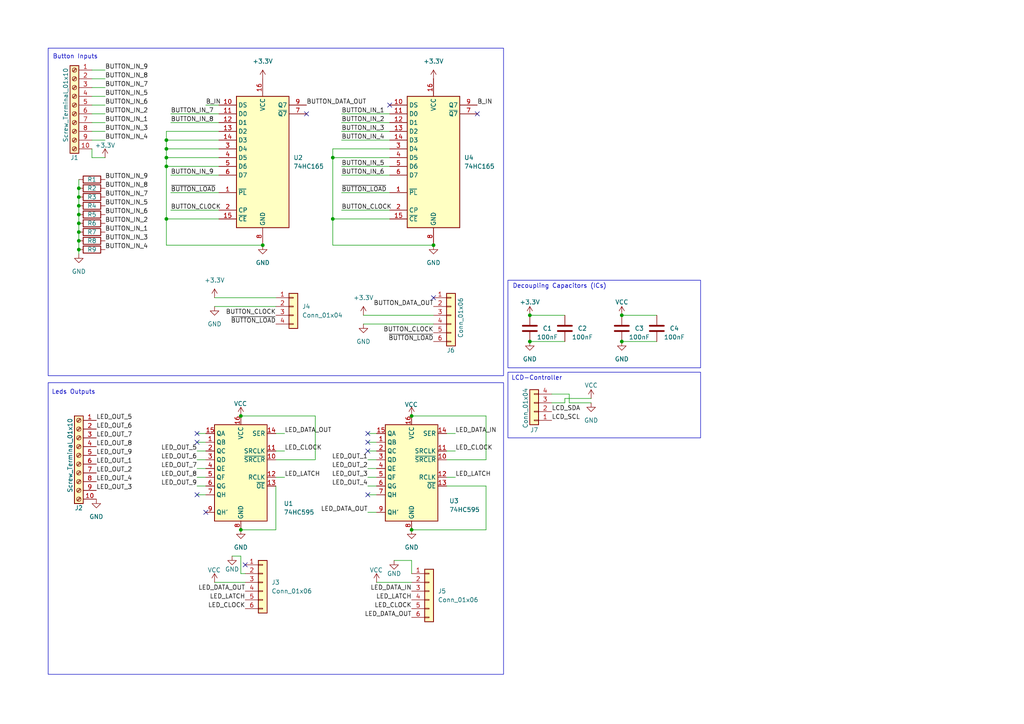
<source format=kicad_sch>
(kicad_sch (version 20231120) (generator "eeschema") (generator_version "8.0")
  (paper "A4")
  (lib_symbols
    (symbol "74xx:74HC165"
      (property "Reference" "U" (at -7.62 19.05 0))
      (property "Value" "74HC165" (at -7.62 -21.59 0))
      (symbol "74HC165_1_0"
        (pin input line (at -12.7 -10.16 0) (length 5.08) (name "~{PL}") (number "1"))
        (pin input line (at -12.7 15.24 0) (length 5.08) (name "DS") (number "10"))
        (pin input line (at -12.7 12.7 0) (length 5.08) (name "D0") (number "11"))
        (pin input line (at -12.7 10.16 0) (length 5.08) (name "D1") (number "12"))
        (pin input line (at -12.7 7.62 0) (length 5.08) (name "D2") (number "13"))
        (pin input line (at -12.7 5.08 0) (length 5.08) (name "D3") (number "14"))
        (pin input line (at -12.7 -17.78 0) (length 5.08) (name "~{CE}") (number "15"))
        (pin power_in line (at 0 22.86 270) (length 5.08) (name "VCC") (number "16"))
        (pin input line (at -12.7 -15.24 0) (length 5.08) (name "CP") (number "2"))
        (pin input line (at -12.7 2.54 0) (length 5.08) (name "D4") (number "3"))
        (pin input line (at -12.7 0 0) (length 5.08) (name "D5") (number "4"))
        (pin input line (at -12.7 -2.54 0) (length 5.08) (name "D6") (number "5"))
        (pin input line (at -12.7 -5.08 0) (length 5.08) (name "D7") (number "6"))
        (pin output line (at 12.7 12.7 180) (length 5.08) (name "~{Q7}") (number "7"))
        (pin power_in line (at 0 -25.4 90) (length 5.08) (name "GND") (number "8"))
        (pin output line (at 12.7 15.24 180) (length 5.08) (name "Q7") (number "9"))
      )
      (symbol "74HC165_1_1"
        (rectangle (start -7.62 17.78) (end 7.62 -20.32) (stroke (width 0.254)) (fill (type background)))
      )
    )
    (symbol "74xx:74HC595"
      (property "Reference" "U" (at -7.62 13.97 0))
      (property "Value" "74HC595" (at -7.62 -16.51 0))
      (symbol "74HC595_1_0"
        (pin tri_state line (at 10.16 7.62 180) (length 2.54) (name "QB") (number "1"))
        (pin input line (at -10.16 2.54 0) (length 2.54) (name "~{SRCLR}") (number "10"))
        (pin input line (at -10.16 5.08 0) (length 2.54) (name "SRCLK") (number "11"))
        (pin input line (at -10.16 -2.54 0) (length 2.54) (name "RCLK") (number "12"))
        (pin input line (at -10.16 -5.08 0) (length 2.54) (name "~{OE}") (number "13"))
        (pin input line (at -10.16 10.16 0) (length 2.54) (name "SER") (number "14"))
        (pin tri_state line (at 10.16 10.16 180) (length 2.54) (name "QA") (number "15"))
        (pin power_in line (at 0 15.24 270) (length 2.54) (name "VCC") (number "16"))
        (pin tri_state line (at 10.16 5.08 180) (length 2.54) (name "QC") (number "2"))
        (pin tri_state line (at 10.16 2.54 180) (length 2.54) (name "QD") (number "3"))
        (pin tri_state line (at 10.16 0 180) (length 2.54) (name "QE") (number "4"))
        (pin tri_state line (at 10.16 -2.54 180) (length 2.54) (name "QF") (number "5"))
        (pin tri_state line (at 10.16 -5.08 180) (length 2.54) (name "QG") (number "6"))
        (pin tri_state line (at 10.16 -7.62 180) (length 2.54) (name "QH") (number "7"))
        (pin power_in line (at 0 -17.78 90) (length 2.54) (name "GND") (number "8"))
        (pin output line (at 10.16 -12.7 180) (length 2.54) (name "QH'") (number "9"))
      )
      (symbol "74HC595_1_1"
        (rectangle (start -7.62 12.7) (end 7.62 -15.24) (stroke (width 0.254)) (fill (type background)))
      )
    )
    (symbol "Connector:Screw_Terminal_01x10" (pin_names (offset 1.016) hide)
      (property "Reference" "J" (at 0 12.7 0))
      (property "Value" "Screw_Terminal_01x10" (at 0 -15.24 0))
      (symbol "Screw_Terminal_01x10_1_1"
        (rectangle (start -1.27 11.43) (end 1.27 -13.97) (stroke (width 0.254)) (fill (type background)))
        (circle (center 0 -12.7) (radius 0.635) (stroke (width 0.1524)))
        (circle (center 0 -10.16) (radius 0.635) (stroke (width 0.1524)))
        (circle (center 0 -7.62) (radius 0.635) (stroke (width 0.1524)))
        (circle (center 0 -5.08) (radius 0.635) (stroke (width 0.1524)))
        (circle (center 0 -2.54) (radius 0.635) (stroke (width 0.1524)))
        (polyline (pts (xy -0.5334 -12.3698) (xy 0.3302 -13.208)) (stroke (width 0.1524)))
        (polyline (pts (xy -0.5334 -9.8298) (xy 0.3302 -10.668)) (stroke (width 0.1524)))
        (polyline (pts (xy -0.5334 -7.2898) (xy 0.3302 -8.128)) (stroke (width 0.1524)))
        (polyline (pts (xy -0.5334 -4.7498) (xy 0.3302 -5.588)) (stroke (width 0.1524)))
        (polyline (pts (xy -0.5334 -2.2098) (xy 0.3302 -3.048)) (stroke (width 0.1524)))
        (polyline (pts (xy -0.5334 0.3302) (xy 0.3302 -0.508)) (stroke (width 0.1524)))
        (polyline (pts (xy -0.5334 2.8702) (xy 0.3302 2.032)) (stroke (width 0.1524)))
        (polyline (pts (xy -0.5334 5.4102) (xy 0.3302 4.572)) (stroke (width 0.1524)))
        (polyline (pts (xy -0.5334 7.9502) (xy 0.3302 7.112)) (stroke (width 0.1524)))
        (polyline (pts (xy -0.5334 10.4902) (xy 0.3302 9.652)) (stroke (width 0.1524)))
        (polyline (pts (xy -0.3556 -12.192) (xy 0.508 -13.0302)) (stroke (width 0.1524)))
        (polyline (pts (xy -0.3556 -9.652) (xy 0.508 -10.4902)) (stroke (width 0.1524)))
        (polyline (pts (xy -0.3556 -7.112) (xy 0.508 -7.9502)) (stroke (width 0.1524)))
        (polyline (pts (xy -0.3556 -4.572) (xy 0.508 -5.4102)) (stroke (width 0.1524)))
        (polyline (pts (xy -0.3556 -2.032) (xy 0.508 -2.8702)) (stroke (width 0.1524)))
        (polyline (pts (xy -0.3556 0.508) (xy 0.508 -0.3302)) (stroke (width 0.1524)))
        (polyline (pts (xy -0.3556 3.048) (xy 0.508 2.2098)) (stroke (width 0.1524)))
        (polyline (pts (xy -0.3556 5.588) (xy 0.508 4.7498)) (stroke (width 0.1524)))
        (polyline (pts (xy -0.3556 8.128) (xy 0.508 7.2898)) (stroke (width 0.1524)))
        (polyline (pts (xy -0.3556 10.668) (xy 0.508 9.8298)) (stroke (width 0.1524)))
        (circle (center 0 0) (radius 0.635) (stroke (width 0.1524)))
        (circle (center 0 2.54) (radius 0.635) (stroke (width 0.1524)))
        (circle (center 0 5.08) (radius 0.635) (stroke (width 0.1524)))
        (circle (center 0 7.62) (radius 0.635) (stroke (width 0.1524)))
        (circle (center 0 10.16) (radius 0.635) (stroke (width 0.1524)))
        (pin passive line (at -5.08 10.16 0) (length 3.81) (name "Pin_1") (number "1"))
        (pin passive line (at -5.08 -12.7 0) (length 3.81) (name "Pin_10") (number "10"))
        (pin passive line (at -5.08 7.62 0) (length 3.81) (name "Pin_2") (number "2"))
        (pin passive line (at -5.08 5.08 0) (length 3.81) (name "Pin_3") (number "3"))
        (pin passive line (at -5.08 2.54 0) (length 3.81) (name "Pin_4") (number "4"))
        (pin passive line (at -5.08 0 0) (length 3.81) (name "Pin_5") (number "5"))
        (pin passive line (at -5.08 -2.54 0) (length 3.81) (name "Pin_6") (number "6"))
        (pin passive line (at -5.08 -5.08 0) (length 3.81) (name "Pin_7") (number "7"))
        (pin passive line (at -5.08 -7.62 0) (length 3.81) (name "Pin_8") (number "8"))
        (pin passive line (at -5.08 -10.16 0) (length 3.81) (name "Pin_9") (number "9"))
      )
    )
    (symbol "Connector_Generic:Conn_01x04" (pin_names (offset 1.016) hide)
      (property "Reference" "J" (at 0 5.08 0))
      (property "Value" "Conn_01x04" (at 0 -7.62 0))
      (symbol "Conn_01x04_1_1"
        (rectangle (start -1.27 -4.953) (end 0 -5.207) (stroke (width 0.1524)))
        (rectangle (start -1.27 -2.413) (end 0 -2.667) (stroke (width 0.1524)))
        (rectangle (start -1.27 0.127) (end 0 -0.127) (stroke (width 0.1524)))
        (rectangle (start -1.27 2.667) (end 0 2.413) (stroke (width 0.1524)))
        (rectangle (start -1.27 3.81) (end 1.27 -6.35) (stroke (width 0.254)) (fill (type background)))
        (pin passive line (at -5.08 2.54 0) (length 3.81) (name "Pin_1") (number "1"))
        (pin passive line (at -5.08 0 0) (length 3.81) (name "Pin_2") (number "2"))
        (pin passive line (at -5.08 -2.54 0) (length 3.81) (name "Pin_3") (number "3"))
        (pin passive line (at -5.08 -5.08 0) (length 3.81) (name "Pin_4") (number "4"))
      )
    )
    (symbol "Connector_Generic:Conn_01x06" (pin_names (offset 1.016) hide)
      (property "Reference" "J" (at 0 7.62 0))
      (property "Value" "Conn_01x06" (at 0 -10.16 0))
      (symbol "Conn_01x06_1_1"
        (rectangle (start -1.27 -7.493) (end 0 -7.747) (stroke (width 0.1524)))
        (rectangle (start -1.27 -4.953) (end 0 -5.207) (stroke (width 0.1524)))
        (rectangle (start -1.27 -2.413) (end 0 -2.667) (stroke (width 0.1524)))
        (rectangle (start -1.27 0.127) (end 0 -0.127) (stroke (width 0.1524)))
        (rectangle (start -1.27 2.667) (end 0 2.413) (stroke (width 0.1524)))
        (rectangle (start -1.27 5.207) (end 0 4.953) (stroke (width 0.1524)))
        (rectangle (start -1.27 6.35) (end 1.27 -8.89) (stroke (width 0.254)) (fill (type background)))
        (pin passive line (at -5.08 5.08 0) (length 3.81) (name "Pin_1") (number "1"))
        (pin passive line (at -5.08 2.54 0) (length 3.81) (name "Pin_2") (number "2"))
        (pin passive line (at -5.08 0 0) (length 3.81) (name "Pin_3") (number "3"))
        (pin passive line (at -5.08 -2.54 0) (length 3.81) (name "Pin_4") (number "4"))
        (pin passive line (at -5.08 -5.08 0) (length 3.81) (name "Pin_5") (number "5"))
        (pin passive line (at -5.08 -7.62 0) (length 3.81) (name "Pin_6") (number "6"))
      )
    )
    (symbol "Device:C" (pin_numbers hide) (pin_names (offset 0.254))
      (property "Reference" "C" (at 0.635 2.54 0))
      (property "Value" "C" (at 0.635 -2.54 0))
      (symbol "C_0_1"
        (polyline (pts (xy -2.032 -0.762) (xy 2.032 -0.762)) (stroke (width 0.508)))
        (polyline (pts (xy -2.032 0.762) (xy 2.032 0.762)) (stroke (width 0.508)))
      )
      (symbol "C_1_1"
        (pin passive line (at 0 3.81 270) (length 2.794) (name "~") (number "1"))
        (pin passive line (at 0 -3.81 90) (length 2.794) (name "~") (number "2"))
      )
    )
    (symbol "Device:R" (pin_numbers hide) (pin_names (offset 0))
      (property "Reference" "R" (at 2.032 0 90))
      (property "Value" "R" (at 0 0 90))
      (symbol "R_0_1"
        (rectangle (start -1.016 -2.54) (end 1.016 2.54) (stroke (width 0.254)))
      )
      (symbol "R_1_1"
        (pin passive line (at 0 3.81 270) (length 1.27) (name "~") (number "1"))
        (pin passive line (at 0 -3.81 90) (length 1.27) (name "~") (number "2"))
      )
    )
    (symbol "power:+3.3V" (power) (pin_numbers hide) (pin_names (offset 0) hide)
      (property "Value" "+3.3V" (at 0 3.556 0))
      (symbol "+3.3V_0_1"
        (polyline (pts (xy -0.762 1.27) (xy 0 2.54)))
        (polyline (pts (xy 0 0) (xy 0 2.54)))
        (polyline (pts (xy 0 2.54) (xy 0.762 1.27)))
      )
      (symbol "+3.3V_1_1"
        (pin power_in line (at 0 0 90) (length 0) (name "~") (number "1"))
      )
    )
    (symbol "power:GND" (power) (pin_names (offset 0))
      (property "Value" "GND" (at 0 -3.81 0))
      (symbol "GND_0_1"
        (polyline (pts (xy 0 0) (xy 0 -1.27) (xy 1.27 -1.27) (xy 0 -2.54) (xy -1.27 -1.27) (xy 0 -1.27)))
      )
      (symbol "GND_1_1"
        (pin power_in line (at 0 0 270) (length 0) hide (name "GND") (number "1"))
      )
    )
    (symbol "power:VCC" (power) (pin_numbers hide) (pin_names (offset 0) hide)
      (property "Value" "VCC" (at 0 3.556 0))
      (symbol "VCC_0_1"
        (polyline (pts (xy -0.762 1.27) (xy 0 2.54)))
        (polyline (pts (xy 0 0) (xy 0 2.54)))
        (polyline (pts (xy 0 2.54) (xy 0.762 1.27)))
      )
      (symbol "VCC_1_1"
        (pin power_in line (at 0 0 90) (length 0) (name "~") (number "1"))
      )
    )
  )
  (junction (at 48.26 43.18))
  (junction (at 180.34 91.44))
  (junction (at 22.86 67.31))
  (junction (at 22.86 69.85))
  (junction (at 22.86 72.39))
  (junction (at 119.38 153.67))
  (junction (at 48.26 48.26))
  (junction (at 69.85 120.65))
  (junction (at 153.67 99.06))
  (junction (at 153.67 91.44))
  (junction (at 125.73 71.12))
  (junction (at 96.52 63.5))
  (junction (at 48.26 40.64))
  (junction (at 22.86 59.69))
  (junction (at 22.86 64.77))
  (junction (at 48.26 63.5))
  (junction (at 119.38 120.65))
  (junction (at 76.2 71.12))
  (junction (at 48.26 45.72))
  (junction (at 69.85 153.67))
  (junction (at 96.52 45.72))
  (junction (at 22.86 54.61))
  (junction (at 180.34 99.06))
  (junction (at 22.86 57.15))
  (junction (at 22.86 62.23))
  (no_connect (at 106.68 125.73))
  (no_connect (at 106.68 130.81))
  (no_connect (at 59.69 148.59))
  (no_connect (at 125.73 86.36))
  (no_connect (at 88.9 33.02))
  (no_connect (at 71.12 163.83))
  (no_connect (at 57.15 128.27))
  (no_connect (at 57.15 125.73))
  (no_connect (at 138.43 33.02))
  (no_connect (at 106.68 143.51))
  (no_connect (at 106.68 128.27))
  (no_connect (at 113.03 30.48))
  (no_connect (at 57.15 143.51))
  (wire (pts (xy 106.68 143.51) (xy 109.22 143.51)))
  (wire (pts (xy 163.83 115.57) (xy 171.45 115.57)))
  (wire (pts (xy 96.52 71.12) (xy 125.73 71.12)))
  (wire (pts (xy 26.67 40.64) (xy 30.48 40.64)))
  (wire (pts (xy 99.06 55.88) (xy 113.03 55.88)))
  (wire (pts (xy 22.86 59.69) (xy 22.86 62.23)))
  (wire (pts (xy 49.53 33.02) (xy 63.5 33.02)))
  (wire (pts (xy 80.01 125.73) (xy 82.55 125.73)))
  (wire (pts (xy 48.26 63.5) (xy 48.26 71.12)))
  (wire (pts (xy 26.67 43.18) (xy 26.67 45.72)))
  (wire (pts (xy 99.06 50.8) (xy 113.03 50.8)))
  (wire (pts (xy 105.41 91.44) (xy 125.73 91.44)))
  (wire (pts (xy 49.53 55.88) (xy 63.5 55.88)))
  (wire (pts (xy 63.5 38.1) (xy 48.26 38.1)))
  (wire (pts (xy 49.53 50.8) (xy 63.5 50.8)))
  (wire (pts (xy 129.54 138.43) (xy 132.08 138.43)))
  (wire (pts (xy 96.52 45.72) (xy 113.03 45.72)))
  (wire (pts (xy 160.02 114.3) (xy 165.1 114.3)))
  (wire (pts (xy 22.86 67.31) (xy 22.86 69.85)))
  (wire (pts (xy 26.67 45.72) (xy 30.48 45.72)))
  (wire (pts (xy 26.67 22.86) (xy 30.48 22.86)))
  (wire (pts (xy 26.67 20.32) (xy 30.48 20.32)))
  (wire (pts (xy 48.26 40.64) (xy 48.26 43.18)))
  (wire (pts (xy 106.68 148.59) (xy 109.22 148.59)))
  (wire (pts (xy 106.68 128.27) (xy 109.22 128.27)))
  (wire (pts (xy 26.67 25.4) (xy 30.48 25.4)))
  (wire (pts (xy 69.85 166.37) (xy 69.85 161.29)))
  (wire (pts (xy 99.06 33.02) (xy 113.03 33.02)))
  (wire (pts (xy 140.97 140.97) (xy 140.97 153.67)))
  (wire (pts (xy 62.23 168.91) (xy 71.12 168.91)))
  (wire (pts (xy 106.68 130.81) (xy 109.22 130.81)))
  (wire (pts (xy 105.41 93.98) (xy 125.73 93.98)))
  (wire (pts (xy 163.83 116.84) (xy 163.83 115.57)))
  (wire (pts (xy 22.86 54.61) (xy 22.86 57.15)))
  (wire (pts (xy 48.26 45.72) (xy 63.5 45.72)))
  (wire (pts (xy 49.53 35.56) (xy 63.5 35.56)))
  (wire (pts (xy 57.15 138.43) (xy 59.69 138.43)))
  (wire (pts (xy 80.01 140.97) (xy 80.01 153.67)))
  (wire (pts (xy 109.22 168.91) (xy 119.38 168.91)))
  (wire (pts (xy 140.97 153.67) (xy 119.38 153.67)))
  (wire (pts (xy 106.68 133.35) (xy 109.22 133.35)))
  (wire (pts (xy 153.67 99.06) (xy 163.83 99.06)))
  (wire (pts (xy 140.97 140.97) (xy 129.54 140.97)))
  (wire (pts (xy 22.86 69.85) (xy 22.86 72.39)))
  (wire (pts (xy 140.97 120.65) (xy 119.38 120.65)))
  (wire (pts (xy 99.06 40.64) (xy 113.03 40.64)))
  (wire (pts (xy 140.97 120.65) (xy 140.97 133.35)))
  (wire (pts (xy 48.26 48.26) (xy 48.26 63.5)))
  (wire (pts (xy 119.38 166.37) (xy 119.38 162.56)))
  (wire (pts (xy 62.23 88.9) (xy 80.01 88.9)))
  (wire (pts (xy 49.53 60.96) (xy 63.5 60.96)))
  (wire (pts (xy 99.06 38.1) (xy 113.03 38.1)))
  (wire (pts (xy 129.54 130.81) (xy 132.08 130.81)))
  (wire (pts (xy 190.5 91.44) (xy 180.34 91.44)))
  (wire (pts (xy 26.67 27.94) (xy 30.48 27.94)))
  (wire (pts (xy 99.06 35.56) (xy 113.03 35.56)))
  (wire (pts (xy 26.67 30.48) (xy 30.48 30.48)))
  (wire (pts (xy 22.86 52.07) (xy 22.86 54.61)))
  (wire (pts (xy 99.06 48.26) (xy 113.03 48.26)))
  (wire (pts (xy 113.03 43.18) (xy 96.52 43.18)))
  (wire (pts (xy 26.67 33.02) (xy 30.48 33.02)))
  (wire (pts (xy 48.26 63.5) (xy 63.5 63.5)))
  (wire (pts (xy 48.26 48.26) (xy 63.5 48.26)))
  (wire (pts (xy 26.67 38.1) (xy 30.48 38.1)))
  (wire (pts (xy 57.15 133.35) (xy 59.69 133.35)))
  (wire (pts (xy 129.54 133.35) (xy 140.97 133.35)))
  (wire (pts (xy 22.86 62.23) (xy 22.86 64.77)))
  (wire (pts (xy 48.26 38.1) (xy 48.26 40.64)))
  (wire (pts (xy 80.01 138.43) (xy 82.55 138.43)))
  (wire (pts (xy 22.86 64.77) (xy 22.86 67.31)))
  (wire (pts (xy 106.68 140.97) (xy 109.22 140.97)))
  (wire (pts (xy 48.26 40.64) (xy 63.5 40.64)))
  (wire (pts (xy 57.15 143.51) (xy 59.69 143.51)))
  (wire (pts (xy 165.1 116.84) (xy 171.45 116.84)))
  (wire (pts (xy 91.44 133.35) (xy 91.44 120.65)))
  (wire (pts (xy 80.01 133.35) (xy 91.44 133.35)))
  (wire (pts (xy 59.69 30.48) (xy 63.5 30.48)))
  (wire (pts (xy 26.67 35.56) (xy 30.48 35.56)))
  (wire (pts (xy 57.15 125.73) (xy 59.69 125.73)))
  (wire (pts (xy 96.52 63.5) (xy 96.52 71.12)))
  (wire (pts (xy 106.68 135.89) (xy 109.22 135.89)))
  (wire (pts (xy 22.86 57.15) (xy 22.86 59.69)))
  (wire (pts (xy 57.15 130.81) (xy 59.69 130.81)))
  (wire (pts (xy 57.15 140.97) (xy 59.69 140.97)))
  (wire (pts (xy 96.52 45.72) (xy 96.52 63.5)))
  (wire (pts (xy 48.26 43.18) (xy 48.26 45.72)))
  (wire (pts (xy 22.86 72.39) (xy 22.86 73.66)))
  (wire (pts (xy 48.26 43.18) (xy 63.5 43.18)))
  (wire (pts (xy 80.01 86.36) (xy 62.23 86.36)))
  (wire (pts (xy 165.1 114.3) (xy 165.1 116.84)))
  (wire (pts (xy 99.06 60.96) (xy 113.03 60.96)))
  (wire (pts (xy 48.26 71.12) (xy 76.2 71.12)))
  (wire (pts (xy 106.68 125.73) (xy 109.22 125.73)))
  (wire (pts (xy 57.15 135.89) (xy 59.69 135.89)))
  (wire (pts (xy 129.54 125.73) (xy 132.08 125.73)))
  (wire (pts (xy 69.85 166.37) (xy 71.12 166.37)))
  (wire (pts (xy 106.68 138.43) (xy 109.22 138.43)))
  (wire (pts (xy 180.34 99.06) (xy 190.5 99.06)))
  (wire (pts (xy 57.15 128.27) (xy 59.69 128.27)))
  (wire (pts (xy 96.52 63.5) (xy 113.03 63.5)))
  (wire (pts (xy 69.85 161.29) (xy 67.31 161.29)))
  (wire (pts (xy 160.02 116.84) (xy 163.83 116.84)))
  (wire (pts (xy 163.83 91.44) (xy 153.67 91.44)))
  (wire (pts (xy 91.44 120.65) (xy 69.85 120.65)))
  (wire (pts (xy 69.85 153.67) (xy 80.01 153.67)))
  (wire (pts (xy 119.38 162.56) (xy 114.3 162.56)))
  (wire (pts (xy 96.52 43.18) (xy 96.52 45.72)))
  (wire (pts (xy 48.26 45.72) (xy 48.26 48.26)))
  (wire (pts (xy 80.01 130.81) (xy 82.55 130.81)))
  (rectangle (start 13.97 110.998) (end 146.05 195.58))
  (rectangle (start 147.32 81.28) (end 203.2 106.68))
  (rectangle (start 147.32 107.95) (end 203.2 127))
  (rectangle (start 13.97 13.97) (end 146.05 108.966))
  (text "LCD-Controller" (at 155.702 109.728 0) (effects (font (size 1.27 1.27))))
  (text "Decoupling Capacitors (ICs)" (at 162.306 83.058 0) (effects (font (size 1.27 1.27))))
  (text "Leds Outputs" (at 21.336 113.792 0) (effects (font (size 1.27 1.27))))
  (text "Button Inputs" (at 21.844 16.51 0) (effects (font (size 1.27 1.27))))
  (label "BUTTON_IN_8" (at 30.48 54.61 0))
  (label "BUTTON_IN_3" (at 30.48 69.85 0))
  (label "BUTTON_IN_7" (at 30.48 25.4 0))
  (label "LED_OUT_7" (at 27.94 127 0))
  (label "BUTTON_IN_7" (at 30.48 57.15 0))
  (label "LED_DATA_IN" (at 119.38 171.45 180))
  (label "BUTTON_IN_4" (at 30.48 40.64 0))
  (label "LED_OUT_7" (at 57.15 135.89 180))
  (label "LED_OUT_4" (at 106.68 140.97 180))
  (label "LED_DATA_OUT" (at 82.55 125.73 0))
  (label "LED_OUT_4" (at 27.94 139.7 0))
  (label "BUTTON_IN_9" (at 30.48 20.32 0))
  (label "LED_OUT_9" (at 57.15 140.97 180))
  (label "LED_CLOCK" (at 132.08 130.81 0))
  (label "LED_OUT_3" (at 27.94 142.24 0))
  (label "BUTTON_IN_9" (at 30.48 52.07 0))
  (label "BUTTON_IN_4" (at 99.06 40.64 0))
  (label "BUTTON_IN_2" (at 30.48 33.02 0))
  (label "LED_DATA_OUT" (at 71.12 171.45 180))
  (label "B_IN" (at 59.69 30.48 0))
  (label "BUTTON_IN_5" (at 30.48 59.69 0))
  (label "LCD_SDA" (at 160.02 119.38 0))
  (label "LED_OUT_1" (at 27.94 134.62 0))
  (label "LED_OUT_9" (at 27.94 132.08 0))
  (label "LED_OUT_5" (at 57.15 130.81 180))
  (label "BUTTON_IN_3" (at 99.06 38.1 0))
  (label "BUTTON_CLOCK" (at 80.01 91.44 180))
  (label "LED_DATA_OUT" (at 106.68 148.59 180))
  (label "BUTTON_IN_8" (at 30.48 22.86 0))
  (label "BUTTON_IN_4" (at 30.48 72.39 0))
  (label "LED_LATCH" (at 82.55 138.43 0))
  (label "LCD_SCL" (at 160.02 121.92 0))
  (label "BUTTON_IN_6" (at 99.06 50.8 0))
  (label "BUTTON_CLOCK" (at 99.06 60.96 0))
  (label "BUTTON_IN_8" (at 49.53 35.56 0))
  (label "BUTTON_DATA_OUT" (at 88.9 30.48 0))
  (label "LED_OUT_8" (at 27.94 129.54 0))
  (label "BUTTON_CLOCK" (at 49.53 60.96 0))
  (label "~{BUTTON_LOAD}" (at 125.73 99.06 180))
  (label "BUTTON_IN_7" (at 49.53 33.02 0))
  (label "LED_OUT_2" (at 27.94 137.16 0))
  (label "~{BUTTON_LOAD}" (at 80.01 93.98 180))
  (label "BUTTON_IN_3" (at 30.48 38.1 0))
  (label "BUTTON_IN_5" (at 30.48 27.94 0))
  (label "LED_CLOCK" (at 82.55 130.81 0))
  (label "LED_OUT_3" (at 106.68 138.43 180))
  (label "LED_LATCH" (at 119.38 173.99 180))
  (label "BUTTON_IN_2" (at 99.06 35.56 0))
  (label "BUTTON_IN_6" (at 30.48 62.23 0))
  (label "BUTTON_DATA_OUT" (at 125.73 88.9 180))
  (label "BUTTON_IN_5" (at 99.06 48.26 0))
  (label "B_IN" (at 138.43 30.48 0))
  (label "LED_LATCH" (at 132.08 138.43 0))
  (label "BUTTON_IN_9" (at 49.53 50.8 0))
  (label "LED_OUT_8" (at 57.15 138.43 180))
  (label "LED_DATA_OUT" (at 119.38 179.07 180))
  (label "LED_OUT_6" (at 57.15 133.35 180))
  (label "LED_LATCH" (at 71.12 173.99 180))
  (label "~{BUTTON_LOAD}" (at 49.53 55.88 0))
  (label "LED_DATA_IN" (at 132.08 125.73 0))
  (label "BUTTON_IN_6" (at 30.48 30.48 0))
  (label "LED_CLOCK" (at 119.38 176.53 180))
  (label "LED_OUT_2" (at 106.68 135.89 180))
  (label "~{BUTTON_LOAD}" (at 99.06 55.88 0))
  (label "LED_OUT_6" (at 27.94 124.46 0))
  (label "BUTTON_IN_1" (at 30.48 67.31 0))
  (label "LED_OUT_5" (at 27.94 121.92 0))
  (label "BUTTON_IN_1" (at 30.48 35.56 0))
  (label "LED_OUT_1" (at 106.68 133.35 180))
  (label "BUTTON_CLOCK" (at 125.73 96.52 180))
  (label "LED_CLOCK" (at 71.12 176.53 180))
  (label "BUTTON_IN_2" (at 30.48 64.77 0))
  (label "BUTTON_IN_1" (at 99.06 33.02 0))
  (symbol (lib_id "Device:R") (at 26.67 52.07 270) (unit 1)
    (property "Reference" "R1" (at 26.67 52.07 90))
    (property "Value" "10k Ohm" (effects (hide yes)))
    (property "Footprint" "Resistor_THT:R_Axial_DIN0204_L3.6mm_D1.6mm_P5.08mm_Horizontal" (effects (hide yes)))
    (property "Description" "Resistor" (effects (hide yes)))
  )
  (symbol (lib_id "Connector:Screw_Terminal_01x10") (at 21.59 30.48 0) (mirror y) (unit 1)
    (property "Reference" "J1" (at 21.59 45.72 0))
    (property "Value" "Screw_Terminal_01x10" (at 19.05 30.48 90))
    (property "Footprint" "TerminalBlock_Phoenix:TerminalBlock_Phoenix_MKDS-1,5-10-5.08_1x10_P5.08mm_Horizontal" (effects (hide yes)))
    (property "Description" "Generic screw terminal, single row, 01x10, script generated (kicad-library-utils/schlib/autogen/connector/)" (effects (hide yes)))
  )
  (symbol (lib_id "Connector_Generic:Conn_01x06") (at 130.81 91.44 0) (unit 1)
    (property "Reference" "J6" (at 129.54 101.6 0) (effects (justify left)))
    (property "Value" "Conn_01x06" (at 133.604 98.044 90) (effects (justify left)))
    (property "Footprint" "Connector_PinSocket_2.54mm:PinSocket_1x06_P2.54mm_Vertical" (effects (hide yes)))
    (property "Description" "Generic connector, single row, 01x06, script generated (kicad-library-utils/schlib/autogen/connector/)" (effects (hide yes)))
  )
  (symbol (lib_id "Device:R") (at 26.67 67.31 270) (unit 1)
    (property "Reference" "R7" (at 26.67 67.31 90))
    (property "Value" "10k Ohm" (effects (hide yes)))
    (property "Footprint" "Resistor_THT:R_Axial_DIN0204_L3.6mm_D1.6mm_P5.08mm_Horizontal" (effects (hide yes)))
    (property "Description" "Resistor" (effects (hide yes)))
  )
  (symbol (lib_id "Device:R") (at 26.67 64.77 270) (unit 1)
    (property "Reference" "R6" (at 26.67 64.77 90))
    (property "Value" "10k Ohm" (effects (hide yes)))
    (property "Footprint" "Resistor_THT:R_Axial_DIN0204_L3.6mm_D1.6mm_P5.08mm_Horizontal" (effects (hide yes)))
    (property "Description" "Resistor" (effects (hide yes)))
  )
  (symbol (lib_id "74xx:74HC165") (at 76.2 45.72 0) (unit 1)
    (property "Reference" "U2" (at 85.09 45.72 0) (effects (justify left)))
    (property "Value" "74HC165" (at 85.09 48.26 0) (effects (justify left)))
    (property "Footprint" "Package_DIP:DIP-16_W7.62mm_Socket" (effects (hide yes)))
    (property "Datasheet" "https://assets.nexperia.com/documents/data-sheet/74HC_HCT165.pdf" (effects (hide yes)))
  )
  (symbol (lib_id "power:+3.3V") (at 105.41 91.44 0) (unit 1)
    (property "Reference" "#PWR012" (effects (hide yes)))
    (property "Value" "+3.3V" (at 105.41 86.36 0))
    (property "Description" "Power symbol creates a global label with name \"+3.3V\"" (effects (hide yes)))
  )
  (symbol (lib_id "Device:C") (at 153.67 95.25 180) (unit 1)
    (property "Reference" "C1" (at 158.75 95.25 0))
    (property "Value" "100nF" (at 158.75 97.79 0))
    (property "Footprint" "Capacitor_THT:C_Disc_D3.0mm_W2.0mm_P2.50mm" (effects (hide yes)))
  )
  (symbol (lib_id "Connector_Generic:Conn_01x06") (at 124.46 171.45 0) (unit 1)
    (property "Reference" "J5" (at 127 171.4499 0) (effects (justify left)))
    (property "Value" "Conn_01x06" (at 127 173.9899 0) (effects (justify left)))
    (property "Footprint" "Connector_PinSocket_2.54mm:PinSocket_1x06_P2.54mm_Vertical" (effects (hide yes)))
    (property "Description" "Generic connector, single row, 01x06, script generated (kicad-library-utils/schlib/autogen/connector/)" (effects (hide yes)))
  )
  (symbol (lib_id "Connector:Screw_Terminal_01x10") (at 22.86 132.08 0) (mirror y) (unit 1)
    (property "Reference" "J2" (at 22.86 147.32 0))
    (property "Value" "Screw_Terminal_01x10" (at 20.32 132.08 90))
    (property "Footprint" "TerminalBlock_Phoenix:TerminalBlock_Phoenix_MKDS-1,5-10-5.08_1x10_P5.08mm_Horizontal" (effects (hide yes)))
    (property "Description" "Generic screw terminal, single row, 01x10, script generated (kicad-library-utils/schlib/autogen/connector/)" (effects (hide yes)))
  )
  (symbol (lib_id "power:GND") (at 114.3 162.56 0) (unit 1)
    (property "Reference" "#PWR015" (effects (hide yes)))
    (property "Value" "GND" (at 114.3 166.37 0))
  )
  (symbol (lib_id "Device:C") (at 180.34 95.25 180) (unit 1)
    (property "Reference" "C3" (at 185.42 95.25 0))
    (property "Value" "100nF" (at 185.42 97.79 0))
    (property "Footprint" "Capacitor_THT:C_Disc_D3.0mm_W2.0mm_P2.50mm" (effects (hide yes)))
  )
  (symbol (lib_id "74xx:74HC165") (at 125.73 45.72 0) (unit 1)
    (property "Reference" "U4" (at 134.62 45.72 0) (effects (justify left)))
    (property "Value" "74HC165" (at 134.62 48.26 0) (effects (justify left)))
    (property "Footprint" "Package_DIP:DIP-16_W7.62mm_Socket" (effects (hide yes)))
    (property "Datasheet" "https://assets.nexperia.com/documents/data-sheet/74HC_HCT165.pdf" (effects (hide yes)))
  )
  (symbol (lib_id "power:GND") (at 62.23 88.9 0) (unit 1)
    (property "Reference" "#PWR05" (effects (hide yes)))
    (property "Value" "GND" (at 62.23 93.98 0))
  )
  (symbol (lib_id "Connector_Generic:Conn_01x04") (at 85.09 88.9 0) (unit 1)
    (property "Reference" "J4" (at 87.63 88.8999 0) (effects (justify left)))
    (property "Value" "Conn_01x04" (at 87.63 91.4399 0) (effects (justify left)))
    (property "Footprint" "Connector_PinSocket_2.54mm:PinSocket_1x04_P2.54mm_Vertical" (effects (hide yes)))
    (property "Description" "Generic connector, single row, 01x04, script generated (kicad-library-utils/schlib/autogen/connector/)" (effects (hide yes)))
  )
  (symbol (lib_id "power:GND") (at 76.2 71.12 0) (unit 1)
    (property "Reference" "#PWR011" (effects (hide yes)))
    (property "Value" "GND" (at 76.2 76.2 0))
  )
  (symbol (lib_id "Device:R") (at 26.67 69.85 270) (unit 1)
    (property "Reference" "R8" (at 26.67 69.85 90))
    (property "Value" "10k Ohm" (effects (hide yes)))
    (property "Footprint" "Resistor_THT:R_Axial_DIN0204_L3.6mm_D1.6mm_P5.08mm_Horizontal" (effects (hide yes)))
    (property "Description" "Resistor" (effects (hide yes)))
  )
  (symbol (lib_id "Connector_Generic:Conn_01x06") (at 76.2 168.91 0) (unit 1)
    (property "Reference" "J3" (at 78.74 168.9099 0) (effects (justify left)))
    (property "Value" "Conn_01x06" (at 78.74 171.4499 0) (effects (justify left)))
    (property "Footprint" "Connector_PinSocket_2.54mm:PinSocket_1x06_P2.54mm_Vertical" (effects (hide yes)))
    (property "Description" "Generic connector, single row, 01x06, script generated (kicad-library-utils/schlib/autogen/connector/)" (effects (hide yes)))
  )
  (symbol (lib_id "power:GND") (at 67.31 161.29 0) (unit 1)
    (property "Reference" "#PWR07" (effects (hide yes)))
    (property "Value" "GND" (at 67.31 165.1 0))
  )
  (symbol (lib_id "power:+3.3V") (at 62.23 168.91 0) (unit 1)
    (property "Reference" "#PWR06" (effects (hide yes)))
    (property "Value" "VCC" (at 60.198 165.354 0) (effects (justify left)))
    (property "Description" "Power symbol creates a global label with name \"+3.3V\"" (effects (hide yes)))
  )
  (symbol (lib_id "Device:C") (at 190.5 95.25 0) (mirror y) (unit 1)
    (property "Reference" "C4" (at 195.58 95.25 0))
    (property "Value" "100nF" (at 195.58 97.79 0))
    (property "Footprint" "Capacitor_THT:C_Disc_D3.0mm_W2.0mm_P2.50mm" (effects (hide yes)))
  )
  (symbol (lib_id "power:+3.3V") (at 62.23 86.36 0) (unit 1)
    (property "Reference" "#PWR04" (effects (hide yes)))
    (property "Value" "+3.3V" (at 62.23 81.28 0))
    (property "Description" "Power symbol creates a global label with name \"+3.3V\"" (effects (hide yes)))
  )
  (symbol (lib_id "power:VCC") (at 180.34 91.44 0) (unit 1)
    (property "Reference" "#PWR024" (effects (hide yes)))
    (property "Value" "VCC" (at 180.34 87.63 0))
    (property "Description" "Power symbol creates a global label with name \"VCC\"" (effects (hide yes)))
  )
  (symbol (lib_id "power:+3.3V") (at 153.67 91.44 0) (unit 1)
    (property "Reference" "#PWR020" (effects (hide yes)))
    (property "Value" "+3.3V" (at 153.67 87.63 0))
    (property "Description" "Power symbol creates a global label with name \"+3.3V\"" (effects (hide yes)))
  )
  (symbol (lib_id "Device:C") (at 163.83 95.25 0) (mirror y) (unit 1)
    (property "Reference" "C2" (at 168.91 95.25 0))
    (property "Value" "100nF" (at 168.91 97.79 0))
    (property "Footprint" "Capacitor_THT:C_Disc_D3.0mm_W2.0mm_P2.50mm" (effects (hide yes)))
  )
  (symbol (lib_id "power:GND") (at 125.73 71.12 0) (unit 1)
    (property "Reference" "#PWR019" (effects (hide yes)))
    (property "Value" "GND" (at 125.73 76.2 0))
  )
  (symbol (lib_id "power:GND") (at 153.67 99.06 0) (mirror y) (unit 1)
    (property "Reference" "#PWR021" (effects (hide yes)))
    (property "Value" "GND" (at 153.67 104.14 0))
  )
  (symbol (lib_id "power:+3.3V") (at 30.48 45.72 0) (unit 1)
    (property "Reference" "#PWR03" (effects (hide yes)))
    (property "Value" "+3.3V" (at 30.48 42.164 0))
    (property "Description" "Power symbol creates a global label with name \"+3.3V\"" (effects (hide yes)))
  )
  (symbol (lib_id "power:+3.3V") (at 119.38 120.65 0) (unit 1)
    (property "Reference" "#PWR016" (effects (hide yes)))
    (property "Value" "VCC" (at 117.348 117.348 0) (effects (justify left)))
    (property "Description" "Power symbol creates a global label with name \"+3.3V\"" (effects (hide yes)))
  )
  (symbol (lib_id "Device:R") (at 26.67 54.61 270) (unit 1)
    (property "Reference" "R2" (at 26.67 54.61 90))
    (property "Value" "10k Ohm" (effects (hide yes)))
    (property "Footprint" "Resistor_THT:R_Axial_DIN0204_L3.6mm_D1.6mm_P5.08mm_Horizontal" (effects (hide yes)))
    (property "Description" "Resistor" (effects (hide yes)))
  )
  (symbol (lib_id "power:GND") (at 171.45 116.84 0) (mirror y) (unit 1)
    (property "Reference" "#PWR023" (effects (hide yes)))
    (property "Value" "GND" (at 171.45 121.92 0))
  )
  (symbol (lib_id "power:GND") (at 22.86 73.66 0) (unit 1)
    (property "Reference" "#PWR01" (effects (hide yes)))
    (property "Value" "GND" (at 22.86 78.74 0))
  )
  (symbol (lib_id "power:GND") (at 69.85 153.67 0) (unit 1)
    (property "Reference" "#PWR09" (effects (hide yes)))
    (property "Value" "GND" (at 69.85 158.75 0))
  )
  (symbol (lib_id "power:GND") (at 180.34 99.06 0) (mirror y) (unit 1)
    (property "Reference" "#PWR025" (effects (hide yes)))
    (property "Value" "GND" (at 180.34 104.14 0))
  )
  (symbol (lib_id "Device:R") (at 26.67 59.69 270) (unit 1)
    (property "Reference" "R4" (at 26.67 59.69 90))
    (property "Value" "10k Ohm" (effects (hide yes)))
    (property "Footprint" "Resistor_THT:R_Axial_DIN0204_L3.6mm_D1.6mm_P5.08mm_Horizontal" (effects (hide yes)))
    (property "Description" "Resistor" (effects (hide yes)))
  )
  (symbol (lib_id "power:+3.3V") (at 109.22 168.91 0) (unit 1)
    (property "Reference" "#PWR014" (effects (hide yes)))
    (property "Value" "VCC" (at 107.188 165.354 0) (effects (justify left)))
    (property "Description" "Power symbol creates a global label with name \"+3.3V\"" (effects (hide yes)))
  )
  (symbol (lib_id "Device:R") (at 26.67 62.23 270) (unit 1)
    (property "Reference" "R5" (at 26.67 62.23 90))
    (property "Value" "10k Ohm" (effects (hide yes)))
    (property "Footprint" "Resistor_THT:R_Axial_DIN0204_L3.6mm_D1.6mm_P5.08mm_Horizontal" (effects (hide yes)))
    (property "Description" "Resistor" (effects (hide yes)))
  )
  (symbol (lib_id "power:+3.3V") (at 76.2 22.86 0) (unit 1)
    (property "Reference" "#PWR010" (effects (hide yes)))
    (property "Value" "+3.3V" (at 76.2 17.78 0))
    (property "Description" "Power symbol creates a global label with name \"+3.3V\"" (effects (hide yes)))
  )
  (symbol (lib_id "power:+3.3V") (at 125.73 22.86 0) (unit 1)
    (property "Reference" "#PWR018" (effects (hide yes)))
    (property "Value" "+3.3V" (at 125.73 17.78 0))
    (property "Description" "Power symbol creates a global label with name \"+3.3V\"" (effects (hide yes)))
  )
  (symbol (lib_id "power:GND") (at 105.41 93.98 0) (unit 1)
    (property "Reference" "#PWR013" (effects (hide yes)))
    (property "Value" "GND" (at 105.41 99.06 0))
  )
  (symbol (lib_id "power:VCC") (at 171.45 115.57 0) (unit 1)
    (property "Reference" "#PWR022" (effects (hide yes)))
    (property "Value" "VCC" (at 171.45 111.76 0))
    (property "Description" "Power symbol creates a global label with name \"VCC\"" (effects (hide yes)))
  )
  (symbol (lib_id "Connector_Generic:Conn_01x04") (at 154.94 119.38 180) (unit 1)
    (property "Reference" "J7" (at 154.94 124.714 0))
    (property "Value" "Conn_01x04" (at 152.4 118.364 90))
    (property "Footprint" "Connector_PinHeader_2.54mm:PinHeader_1x04_P2.54mm_Horizontal" (effects (hide yes)))
    (property "Description" "Generic connector, single row, 01x04, script generated (kicad-library-utils/schlib/autogen/connector/)" (effects (hide yes)))
  )
  (symbol (lib_id "power:GND") (at 119.38 153.67 0) (unit 1)
    (property "Reference" "#PWR017" (effects (hide yes)))
    (property "Value" "GND" (at 119.38 158.75 0))
  )
  (symbol (lib_id "74xx:74HC595") (at 69.85 135.89 0) (mirror y) (unit 1)
    (property "Reference" "U1" (at 82.296 146.05 0) (effects (justify right)))
    (property "Value" "74HC595" (at 82.296 148.59 0) (effects (justify right)))
    (property "Footprint" "Package_DIP:DIP-16_W7.62mm_Socket" (effects (hide yes)))
    (property "Datasheet" "http://www.ti.com/lit/ds/symlink/sn74hc595.pdf" (effects (hide yes)))
    (property "Description" "8-bit serial in/out Shift Register 3-State Outputs" (effects (hide yes)))
  )
  (symbol (lib_id "74xx:74HC595") (at 119.38 135.89 0) (mirror y) (unit 1)
    (property "Reference" "U3" (at 130.302 145.288 0) (effects (justify right)))
    (property "Value" "74HC595" (at 130.302 147.828 0) (effects (justify right)))
    (property "Footprint" "Package_DIP:DIP-16_W7.62mm_Socket" (effects (hide yes)))
    (property "Datasheet" "http://www.ti.com/lit/ds/symlink/sn74hc595.pdf" (effects (hide yes)))
    (property "Description" "8-bit serial in/out Shift Register 3-State Outputs" (effects (hide yes)))
  )
  (symbol (lib_id "power:GND") (at 27.94 144.78 0) (unit 1)
    (property "Reference" "#PWR02" (effects (hide yes)))
    (property "Value" "GND" (at 27.94 149.86 0))
  )
  (symbol (lib_id "Device:R") (at 26.67 57.15 270) (unit 1)
    (property "Reference" "R3" (at 26.67 57.15 90))
    (property "Value" "10k Ohm" (effects (hide yes)))
    (property "Footprint" "Resistor_THT:R_Axial_DIN0204_L3.6mm_D1.6mm_P5.08mm_Horizontal" (effects (hide yes)))
    (property "Description" "Resistor" (effects (hide yes)))
  )
  (symbol (lib_id "power:+3.3V") (at 69.85 120.65 0) (unit 1)
    (property "Reference" "#PWR08" (effects (hide yes)))
    (property "Value" "VCC" (at 67.818 117.094 0) (effects (justify left)))
    (property "Description" "Power symbol creates a global label with name \"+3.3V\"" (effects (hide yes)))
  )
  (symbol (lib_id "Device:R") (at 26.67 72.39 270) (unit 1)
    (property "Reference" "R9" (at 26.67 72.39 90))
    (property "Value" "10k Ohm" (effects (hide yes)))
    (property "Footprint" "Resistor_THT:R_Axial_DIN0204_L3.6mm_D1.6mm_P5.08mm_Horizontal" (effects (hide yes)))
    (property "Description" "Resistor" (effects (hide yes)))
  )
)
</source>
